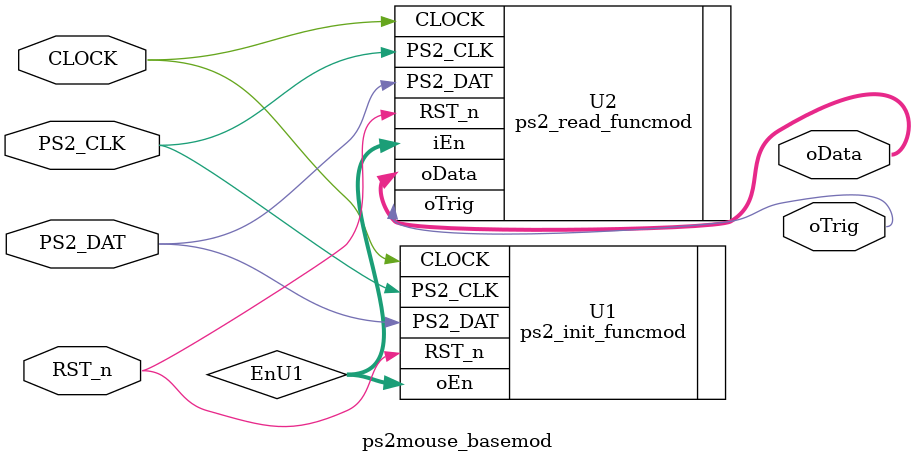
<source format=v>
module ps2mouse_basemod
(
     input CLOCK, RST_n,
	 inout PS2_CLK, PS2_DAT,
	 output oTrig,
	 output [31:0]oData
);
    wire [1:0]EnU1;

     ps2_init_funcmod U1
	 (
	     .CLOCK( CLOCK ),
		  .RST_n( RST_n ),
		  .PS2_CLK( PS2_CLK ), // < top
		  .PS2_DAT( PS2_DAT ), // < top
		  .oEn( EnU1 ) // > U2
	 );
	 
	  ps2_read_funcmod U2
	 (
	     .CLOCK( CLOCK ),
		  .RST_n( RST_n ),
		  .PS2_CLK( PS2_CLK ), // < top
		  .PS2_DAT( PS2_DAT ), // < top
		  .iEn( EnU1 ),      // < U1
		  .oTrig( oTrig ),  // > top
		  .oData( oData )  // > top
	 );
		 		     
endmodule
</source>
